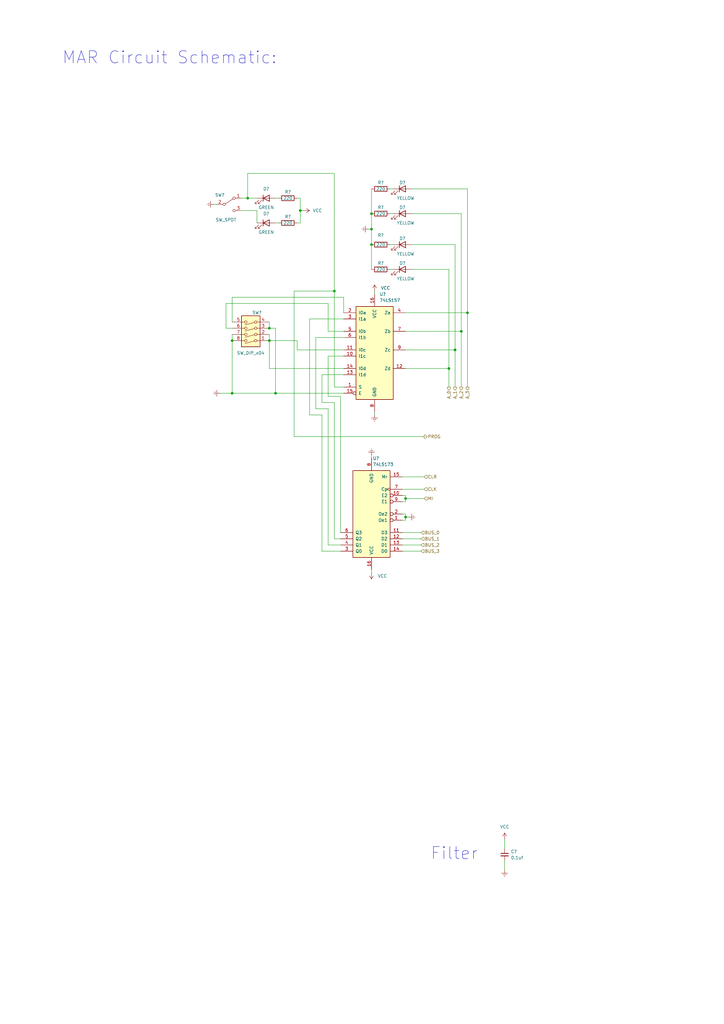
<source format=kicad_sch>
(kicad_sch (version 20211123) (generator eeschema)
  (paper "A3" portrait)
  (lib_symbols
    (symbol "74xx:74LS157" (pin_names (offset 1.016))
      (property "Reference" "U" (at -7.62 19.05 0))
      (property "Value" "74LS157" (at -7.62 -21.59 0))
      (symbol "74LS157_1_0"
        (pin input line (at -12.7 -15.24 0) (length 5.08) (name "S") (number "1"))
        (pin input line (at -12.7 -2.54 0) (length 5.08) (name "I1c") (number "10"))
        (pin input line (at -12.7 0 0) (length 5.08) (name "I0c") (number "11"))
        (pin output line (at 12.7 -7.62 180) (length 5.08) (name "Zd") (number "12"))
        (pin input line (at -12.7 -10.16 0) (length 5.08) (name "I1d") (number "13"))
        (pin input line (at -12.7 -7.62 0) (length 5.08) (name "I0d") (number "14"))
        (pin input inverted (at -12.7 -17.78 0) (length 5.08) (name "E") (number "15"))
        (pin power_in line (at 0 22.86 270) (length 5.08) (name "VCC") (number "16"))
        (pin input line (at -12.7 15.24 0) (length 5.08) (name "I0a") (number "2"))
        (pin input line (at -12.7 12.7 0) (length 5.08) (name "I1a") (number "3"))
        (pin output line (at 12.7 15.24 180) (length 5.08) (name "Za") (number "4"))
        (pin input line (at -12.7 7.62 0) (length 5.08) (name "I0b") (number "5"))
        (pin input line (at -12.7 5.08 0) (length 5.08) (name "I1b") (number "6"))
        (pin output line (at 12.7 7.62 180) (length 5.08) (name "Zb") (number "7"))
        (pin power_in line (at 0 -25.4 90) (length 5.08) (name "GND") (number "8"))
        (pin output line (at 12.7 0 180) (length 5.08) (name "Zc") (number "9"))
      )
      (symbol "74LS157_1_1"
        (rectangle (start -7.62 17.78) (end 7.62 -20.32) (stroke (width 0.254)) (fill (type background)))
      )
    )
    (symbol "74xx:74LS173" (pin_names (offset 1.016))
      (property "Reference" "U" (at -7.62 19.05 0))
      (property "Value" "74LS173" (at -7.62 -19.05 0))
      (symbol "74LS173_1_0"
        (pin input inverted (at -12.7 2.54 0) (length 5.08) (name "Oe1") (number "1"))
        (pin input inverted (at -12.7 -7.62 0) (length 5.08) (name "E2") (number "10"))
        (pin input line (at -12.7 7.62 0) (length 5.08) (name "D3") (number "11"))
        (pin input line (at -12.7 10.16 0) (length 5.08) (name "D2") (number "12"))
        (pin input line (at -12.7 12.7 0) (length 5.08) (name "D1") (number "13"))
        (pin input line (at -12.7 15.24 0) (length 5.08) (name "D0") (number "14"))
        (pin input line (at -12.7 -15.24 0) (length 5.08) (name "Mr") (number "15"))
        (pin power_in line (at 0 22.86 270) (length 5.08) (name "VCC") (number "16"))
        (pin input inverted (at -12.7 0 0) (length 5.08) (name "Oe2") (number "2"))
        (pin tri_state line (at 12.7 15.24 180) (length 5.08) (name "Q0") (number "3"))
        (pin tri_state line (at 12.7 12.7 180) (length 5.08) (name "Q1") (number "4"))
        (pin tri_state line (at 12.7 10.16 180) (length 5.08) (name "Q2") (number "5"))
        (pin tri_state line (at 12.7 7.62 180) (length 5.08) (name "Q3") (number "6"))
        (pin input clock (at -12.7 -10.16 0) (length 5.08) (name "Cp") (number "7"))
        (pin power_in line (at 0 -22.86 90) (length 5.08) (name "GND") (number "8"))
        (pin input inverted (at -12.7 -5.08 0) (length 5.08) (name "E1") (number "9"))
      )
      (symbol "74LS173_1_1"
        (rectangle (start -7.62 17.78) (end 7.62 -17.78) (stroke (width 0.254)) (fill (type background)))
      )
    )
    (symbol "Device:C_Small" (pin_numbers hide) (pin_names (offset 0.254) hide)
      (property "Reference" "C" (at 0.254 1.778 0))
      (property "Value" "C_Small" (at 0.254 -2.032 0))
      (symbol "C_Small_0_1"
        (polyline (pts (xy -1.524 -0.508) (xy 1.524 -0.508)) (stroke (width 0.3302)))
        (polyline (pts (xy -1.524 0.508) (xy 1.524 0.508)) (stroke (width 0.3048)))
      )
      (symbol "C_Small_1_1"
        (pin passive line (at 0 2.54 270) (length 2.032) (name "~") (number "1"))
        (pin passive line (at 0 -2.54 90) (length 2.032) (name "~") (number "2"))
      )
    )
    (symbol "Device:LED" (pin_numbers hide) (pin_names (offset 1.016) hide)
      (property "Reference" "D" (at 0 2.54 0))
      (property "Value" "LED" (at 0 -2.54 0))
      (symbol "LED_0_1"
        (polyline (pts (xy -1.27 -1.27) (xy -1.27 1.27)) (stroke (width 0.254)))
        (polyline (pts (xy -1.27 0) (xy 1.27 0)))
        (polyline (pts (xy 1.27 -1.27) (xy 1.27 1.27) (xy -1.27 0) (xy 1.27 -1.27)) (stroke (width 0.254)))
        (polyline (pts (xy -3.048 -0.762) (xy -4.572 -2.286) (xy -3.81 -2.286) (xy -4.572 -2.286) (xy -4.572 -1.524)))
        (polyline (pts (xy -1.778 -0.762) (xy -3.302 -2.286) (xy -2.54 -2.286) (xy -3.302 -2.286) (xy -3.302 -1.524)))
      )
      (symbol "LED_1_1"
        (pin passive line (at -3.81 0 0) (length 2.54) (name "K") (number "1"))
        (pin passive line (at 3.81 0 180) (length 2.54) (name "A") (number "2"))
      )
    )
    (symbol "Device:R" (pin_numbers hide) (pin_names (offset 0))
      (property "Reference" "R" (at 2.032 0 90))
      (property "Value" "R" (at 0 0 90))
      (symbol "R_0_1"
        (rectangle (start -1.016 -2.54) (end 1.016 2.54) (stroke (width 0.254)))
      )
      (symbol "R_1_1"
        (pin passive line (at 0 3.81 270) (length 1.27) (name "~") (number "1"))
        (pin passive line (at 0 -3.81 90) (length 1.27) (name "~") (number "2"))
      )
    )
    (symbol "Earth_1" (power) (pin_names (offset 0))
      (symbol "Earth_1_0_1"
        (polyline (pts (xy -0.635 -1.905) (xy 0.635 -1.905)))
        (polyline (pts (xy -0.127 -2.54) (xy 0.127 -2.54)))
        (polyline (pts (xy 0 -1.27) (xy 0 0)))
        (polyline (pts (xy 1.27 -1.27) (xy -1.27 -1.27)))
      )
      (symbol "Earth_1_1_1"
        (pin power_in line (at 0 0 270) (length 0) hide (name "Earth") (number "1"))
      )
    )
    (symbol "Switch:SW_DIP_x04" (pin_names (offset 0) hide)
      (property "Reference" "SW" (at 0 8.89 0))
      (property "Value" "SW_DIP_x04" (at 0 -6.35 0))
      (symbol "SW_DIP_x04_0_0"
        (circle (center -2.032 -2.54) (radius 0.508))
        (circle (center -2.032 0) (radius 0.508))
        (circle (center -2.032 2.54) (radius 0.508))
        (circle (center -2.032 5.08) (radius 0.508))
        (polyline (pts (xy -1.524 -2.3876) (xy 2.3622 -1.3462)))
        (polyline (pts (xy -1.524 0.127) (xy 2.3622 1.1684)))
        (polyline (pts (xy -1.524 2.667) (xy 2.3622 3.7084)))
        (polyline (pts (xy -1.524 5.207) (xy 2.3622 6.2484)))
        (circle (center 2.032 -2.54) (radius 0.508))
        (circle (center 2.032 0) (radius 0.508))
        (circle (center 2.032 2.54) (radius 0.508))
        (circle (center 2.032 5.08) (radius 0.508))
      )
      (symbol "SW_DIP_x04_0_1"
        (rectangle (start -3.81 7.62) (end 3.81 -5.08) (stroke (width 0.254)) (fill (type background)))
      )
      (symbol "SW_DIP_x04_1_1"
        (pin passive line (at -7.62 5.08 0) (length 5.08) (name "~") (number "1"))
        (pin passive line (at -7.62 2.54 0) (length 5.08) (name "~") (number "2"))
        (pin passive line (at -7.62 0 0) (length 5.08) (name "~") (number "3"))
        (pin passive line (at -7.62 -2.54 0) (length 5.08) (name "~") (number "4"))
        (pin passive line (at 7.62 -2.54 180) (length 5.08) (name "~") (number "5"))
        (pin passive line (at 7.62 0 180) (length 5.08) (name "~") (number "6"))
        (pin passive line (at 7.62 2.54 180) (length 5.08) (name "~") (number "7"))
        (pin passive line (at 7.62 5.08 180) (length 5.08) (name "~") (number "8"))
      )
    )
    (symbol "Switch:SW_SPDT" (pin_names (offset 0) hide)
      (property "Reference" "SW" (at 0 4.318 0))
      (property "Value" "SW_SPDT" (at 0 -5.08 0))
      (symbol "SW_SPDT_0_0"
        (circle (center -2.032 0) (radius 0.508))
        (circle (center 2.032 -2.54) (radius 0.508))
      )
      (symbol "SW_SPDT_0_1"
        (polyline (pts (xy -1.524 0.254) (xy 1.651 2.286)))
        (circle (center 2.032 2.54) (radius 0.508))
      )
      (symbol "SW_SPDT_1_1"
        (pin passive line (at 5.08 2.54 180) (length 2.54) (name "A") (number "1"))
        (pin passive line (at -5.08 0 0) (length 2.54) (name "B") (number "2"))
        (pin passive line (at 5.08 -2.54 180) (length 2.54) (name "C") (number "3"))
      )
    )
    (symbol "power:Earth" (power) (pin_names (offset 0))
      (symbol "Earth_0_1"
        (polyline (pts (xy -0.635 -1.905) (xy 0.635 -1.905)))
        (polyline (pts (xy -0.127 -2.54) (xy 0.127 -2.54)))
        (polyline (pts (xy 0 -1.27) (xy 0 0)))
        (polyline (pts (xy 1.27 -1.27) (xy -1.27 -1.27)))
      )
      (symbol "Earth_1_1"
        (pin power_in line (at 0 0 270) (length 0) hide (name "Earth") (number "1"))
      )
    )
    (symbol "power:VCC" (power) (pin_names (offset 0))
      (property "Value" "VCC" (at 0 3.81 0))
      (symbol "VCC_0_1"
        (polyline (pts (xy -0.762 1.27) (xy 0 2.54)))
        (polyline (pts (xy 0 0) (xy 0 2.54)))
        (polyline (pts (xy 0 2.54) (xy 0.762 1.27)))
      )
      (symbol "VCC_1_1"
        (pin power_in line (at 0 0 90) (length 0) hide (name "VCC") (number "1"))
      )
    )
  )
  (junction (at 110.49 134.62))
  (junction (at 101.6 81.28))
  (junction (at 166.37 212.09))
  (junction (at 152.4 87.63))
  (junction (at 113.03 161.29))
  (junction (at 186.69 143.51))
  (junction (at 95.25 161.29))
  (junction (at 123.19 86.36))
  (junction (at 191.77 128.27))
  (junction (at 152.4 100.33))
  (junction (at 166.37 204.47))
  (junction (at 152.4 93.98))
  (junction (at 95.25 139.7))
  (junction (at 189.23 135.89))
  (junction (at 110.49 139.7))
  (junction (at 184.15 151.13))
  (junction (at 137.16 119.38))
  (wire (pts (xy 113.03 91.44) (xy 114.3 91.44)))
  (wire (pts (xy 113.03 134.62) (xy 113.03 161.29)))
  (wire (pts (xy 99.06 86.36) (xy 105.41 86.36)))
  (wire (pts (xy 99.06 81.28) (xy 101.6 81.28)))
  (wire (pts (xy 166.37 128.27) (xy 191.77 128.27)))
  (wire (pts (xy 110.49 151.13) (xy 140.97 151.13)))
  (wire (pts (xy 152.4 87.63) (xy 152.4 93.98)))
  (wire (pts (xy 166.37 204.47) (xy 173.99 204.47)))
  (wire (pts (xy 152.4 186.69) (xy 152.4 187.96)))
  (wire (pts (xy 166.37 203.2) (xy 165.1 203.2)))
  (wire (pts (xy 165.1 218.44) (xy 172.72 218.44)))
  (wire (pts (xy 127 130.81) (xy 140.97 130.81)))
  (wire (pts (xy 151.13 93.98) (xy 152.4 93.98)))
  (wire (pts (xy 134.62 135.89) (xy 140.97 135.89)))
  (wire (pts (xy 110.49 139.7) (xy 110.49 151.13)))
  (wire (pts (xy 132.08 165.1) (xy 132.08 153.67)))
  (wire (pts (xy 121.92 91.44) (xy 123.19 91.44)))
  (wire (pts (xy 153.67 119.38) (xy 153.67 120.65)))
  (wire (pts (xy 152.4 233.68) (xy 152.4 234.95)))
  (wire (pts (xy 110.49 137.16) (xy 110.49 139.7)))
  (wire (pts (xy 152.4 77.47) (xy 152.4 87.63)))
  (wire (pts (xy 160.02 100.33) (xy 161.29 100.33)))
  (wire (pts (xy 166.37 135.89) (xy 189.23 135.89)))
  (wire (pts (xy 137.16 71.12) (xy 137.16 119.38)))
  (wire (pts (xy 166.37 203.2) (xy 166.37 204.47)))
  (wire (pts (xy 184.15 151.13) (xy 184.15 158.75)))
  (wire (pts (xy 139.7 223.52) (xy 134.62 223.52)))
  (wire (pts (xy 101.6 71.12) (xy 137.16 71.12)))
  (wire (pts (xy 101.6 81.28) (xy 105.41 81.28)))
  (wire (pts (xy 168.91 87.63) (xy 189.23 87.63)))
  (wire (pts (xy 127 170.18) (xy 127 130.81)))
  (wire (pts (xy 165.1 223.52) (xy 172.72 223.52)))
  (wire (pts (xy 140.97 121.92) (xy 140.97 128.27)))
  (wire (pts (xy 165.1 226.06) (xy 172.72 226.06)))
  (wire (pts (xy 137.16 165.1) (xy 132.08 165.1)))
  (wire (pts (xy 139.7 218.44) (xy 139.7 162.56)))
  (wire (pts (xy 207.01 353.06) (xy 207.01 356.87)))
  (wire (pts (xy 191.77 77.47) (xy 191.77 128.27)))
  (wire (pts (xy 129.54 138.43) (xy 140.97 138.43)))
  (wire (pts (xy 123.19 91.44) (xy 123.19 86.36)))
  (wire (pts (xy 139.7 162.56) (xy 134.62 162.56)))
  (wire (pts (xy 87.63 83.82) (xy 88.9 83.82)))
  (wire (pts (xy 132.08 170.18) (xy 127 170.18)))
  (wire (pts (xy 95.25 134.62) (xy 92.71 134.62)))
  (wire (pts (xy 105.41 86.36) (xy 105.41 91.44)))
  (wire (pts (xy 207.01 344.17) (xy 207.01 347.98)))
  (wire (pts (xy 166.37 151.13) (xy 184.15 151.13)))
  (wire (pts (xy 160.02 77.47) (xy 161.29 77.47)))
  (wire (pts (xy 165.1 213.36) (xy 166.37 213.36)))
  (wire (pts (xy 134.62 167.64) (xy 129.54 167.64)))
  (wire (pts (xy 173.99 179.07) (xy 120.65 179.07)))
  (wire (pts (xy 168.91 110.49) (xy 184.15 110.49)))
  (wire (pts (xy 166.37 212.09) (xy 166.37 213.36)))
  (wire (pts (xy 123.19 81.28) (xy 121.92 81.28)))
  (wire (pts (xy 123.19 86.36) (xy 123.19 81.28)))
  (wire (pts (xy 120.65 179.07) (xy 120.65 119.38)))
  (wire (pts (xy 95.25 132.08) (xy 95.25 121.92)))
  (wire (pts (xy 165.1 200.66) (xy 173.99 200.66)))
  (wire (pts (xy 134.62 146.05) (xy 140.97 146.05)))
  (wire (pts (xy 95.25 161.29) (xy 113.03 161.29)))
  (wire (pts (xy 92.71 134.62) (xy 92.71 124.46)))
  (wire (pts (xy 123.19 86.36) (xy 124.46 86.36)))
  (wire (pts (xy 137.16 220.98) (xy 137.16 165.1)))
  (wire (pts (xy 129.54 167.64) (xy 129.54 138.43)))
  (wire (pts (xy 166.37 212.09) (xy 167.64 212.09)))
  (wire (pts (xy 113.03 81.28) (xy 114.3 81.28)))
  (wire (pts (xy 189.23 87.63) (xy 189.23 135.89)))
  (wire (pts (xy 186.69 143.51) (xy 186.69 100.33)))
  (wire (pts (xy 120.65 119.38) (xy 137.16 119.38)))
  (wire (pts (xy 101.6 81.28) (xy 101.6 71.12)))
  (wire (pts (xy 90.17 161.29) (xy 95.25 161.29)))
  (wire (pts (xy 189.23 135.89) (xy 189.23 158.75)))
  (wire (pts (xy 110.49 132.08) (xy 110.49 134.62)))
  (wire (pts (xy 132.08 226.06) (xy 132.08 170.18)))
  (wire (pts (xy 166.37 143.51) (xy 186.69 143.51)))
  (wire (pts (xy 153.67 168.91) (xy 153.67 170.18)))
  (wire (pts (xy 92.71 124.46) (xy 134.62 124.46)))
  (wire (pts (xy 166.37 205.74) (xy 165.1 205.74)))
  (wire (pts (xy 121.92 143.51) (xy 140.97 143.51)))
  (wire (pts (xy 95.25 121.92) (xy 140.97 121.92)))
  (wire (pts (xy 184.15 110.49) (xy 184.15 151.13)))
  (wire (pts (xy 110.49 139.7) (xy 121.92 139.7)))
  (wire (pts (xy 134.62 223.52) (xy 134.62 167.64)))
  (wire (pts (xy 166.37 210.82) (xy 166.37 212.09)))
  (wire (pts (xy 165.1 195.58) (xy 173.99 195.58)))
  (wire (pts (xy 134.62 124.46) (xy 134.62 135.89)))
  (wire (pts (xy 166.37 204.47) (xy 166.37 205.74)))
  (wire (pts (xy 137.16 158.75) (xy 140.97 158.75)))
  (wire (pts (xy 137.16 119.38) (xy 137.16 158.75)))
  (wire (pts (xy 160.02 87.63) (xy 161.29 87.63)))
  (wire (pts (xy 152.4 93.98) (xy 152.4 100.33)))
  (wire (pts (xy 165.1 220.98) (xy 172.72 220.98)))
  (wire (pts (xy 160.02 110.49) (xy 161.29 110.49)))
  (wire (pts (xy 95.25 139.7) (xy 95.25 161.29)))
  (wire (pts (xy 113.03 161.29) (xy 140.97 161.29)))
  (wire (pts (xy 95.25 137.16) (xy 95.25 139.7)))
  (wire (pts (xy 139.7 220.98) (xy 137.16 220.98)))
  (wire (pts (xy 132.08 153.67) (xy 140.97 153.67)))
  (wire (pts (xy 165.1 210.82) (xy 166.37 210.82)))
  (wire (pts (xy 191.77 128.27) (xy 191.77 158.75)))
  (wire (pts (xy 110.49 134.62) (xy 113.03 134.62)))
  (wire (pts (xy 152.4 100.33) (xy 152.4 110.49)))
  (wire (pts (xy 168.91 77.47) (xy 191.77 77.47)))
  (wire (pts (xy 168.91 100.33) (xy 186.69 100.33)))
  (wire (pts (xy 186.69 158.75) (xy 186.69 143.51)))
  (wire (pts (xy 139.7 226.06) (xy 132.08 226.06)))
  (wire (pts (xy 121.92 139.7) (xy 121.92 143.51)))
  (wire (pts (xy 134.62 162.56) (xy 134.62 146.05)))
  (text "Filter" (at 176.53 353.06 0) (effects (font (size 5 5)) (justify left bottom)))
  (text "MAR Circuit Schematic:" (at 25.4 26.67 0) (effects (font (size 5 5)) (justify left bottom)))
  (hierarchical_label "BUS_3" (shape input) (at 172.72 226.06 0))
  (hierarchical_label "A_0" (shape output) (at 184.15 158.75 270))
  (hierarchical_label "A_3" (shape output) (at 191.77 158.75 270))
  (hierarchical_label "BUS_2" (shape input) (at 172.72 223.52 0))
  (hierarchical_label "A_2" (shape output) (at 189.23 158.75 270))
  (hierarchical_label "A_1" (shape output) (at 186.69 158.75 270))
  (hierarchical_label "CLR" (shape input) (at 173.99 195.58 0))
  (hierarchical_label "MI" (shape input) (at 173.99 204.47 0))
  (hierarchical_label "PROG" (shape output) (at 173.99 179.07 0))
  (hierarchical_label "CLK" (shape input) (at 173.99 200.66 0))
  (hierarchical_label "BUS_1" (shape input) (at 172.72 220.98 0))
  (hierarchical_label "BUS_0" (shape input) (at 172.72 218.44 0))
  (symbol (lib_id "Device:LED") (at 165.1 100.33 0) (unit 1)
    (property "Reference" "D?" (at 165.1 97.79 0))
    (property "Value" "YELLOW" (at 166.37 104.14 0))
    (property "Footprint" "LED_THT:LED_D3.0mm_Horizontal_O3.81mm_Z10.0mm" (effects hide))
  )
  (symbol (lib_id "Device:LED") (at 109.22 91.44 0) (unit 1)
    (property "Reference" "D?" (at 109.22 87.63 0))
    (property "Value" "GREEN" (at 109.22 95.25 0))
    (property "Footprint" "LED_THT:LED_D3.0mm_Horizontal_O3.81mm_Z10.0mm" (effects hide))
  )
  (symbol (lib_id "power:VCC") (at 153.67 119.38 0) (unit 1)
    (property "Reference" "#PWR?" (effects hide))
    (property "Value" "VCC" (at 156.21 118.1099 0) (effects (justify left)))
  )
  (symbol (lib_id "power:VCC") (at 207.01 344.17 0) (unit 1)
    (property "Reference" "#PWR?" (effects hide))
    (property "Value" "VCC" (at 207.01 339.09 0))
  )
  (symbol (lib_id "Device:LED") (at 109.22 81.28 0) (unit 1)
    (property "Reference" "D?" (at 109.22 77.47 0))
    (property "Value" "GREEN" (at 109.22 85.09 0))
    (property "Footprint" "LED_THT:LED_D3.0mm_Horizontal_O3.81mm_Z10.0mm" (effects hide))
  )
  (symbol (lib_id "74xx:74LS173") (at 152.4 210.82 180) (unit 1)
    (property "Reference" "U?" (at 152.9206 187.96 0) (effects (justify right)))
    (property "Value" "74LS173" (at 152.9206 190.5 0) (effects (justify right)))
    (property "Footprint" "Package_DIP:DIP-16_W7.62mm" (effects hide))
    (property "Datasheet" "http://www.ti.com/lit/gpn/sn74LS173" (effects hide))
  )
  (symbol (lib_id "Device:C_Small") (at 207.01 350.52 0) (unit 1)
    (property "Reference" "C?" (at 209.55 349.2562 0) (effects (justify left)))
    (property "Value" "0.1uf" (at 209.55 351.7962 0) (effects (justify left)))
    (property "Footprint" "Capacitor_THT:C_Disc_D5.0mm_W2.5mm_P2.50mm" (effects hide))
  )
  (symbol (lib_id "74xx:74LS157") (at 153.67 143.51 0) (unit 1)
    (property "Reference" "U?" (at 155.6894 120.65 0) (effects (justify left)))
    (property "Value" "74LS157" (at 155.6894 123.19 0) (effects (justify left)))
    (property "Footprint" "Package_DIP:DIP-16_W7.62mm" (effects hide))
    (property "Datasheet" "http://www.ti.com/lit/gpn/sn74LS157" (effects hide))
  )
  (symbol (lib_id "Switch:SW_DIP_x04") (at 102.87 134.62 180) (unit 1)
    (property "Reference" "SW?" (at 105.41 128.27 0))
    (property "Value" "SW_DIP_x04" (at 102.87 144.78 0))
  )
  (symbol (lib_id "power:Earth") (at 90.17 161.29 270) (unit 1)
    (property "Reference" "#PWR?" (effects hide))
    (property "Value" "Earth" (effects hide))
  )
  (symbol (lib_id "power:Earth") (at 167.64 212.09 90) (unit 1)
    (property "Reference" "#PWR?" (effects hide))
    (property "Value" "Earth" (effects hide))
  )
  (symbol (lib_id "power:Earth") (at 153.67 170.18 0) (unit 1)
    (property "Reference" "#PWR?" (effects hide))
    (property "Value" "Earth" (effects hide))
  )
  (symbol (lib_id "Device:R") (at 118.11 91.44 90) (unit 1)
    (property "Reference" "R?" (at 118.11 88.9 90))
    (property "Value" "220" (at 118.11 91.44 90))
  )
  (symbol (lib_id "Device:LED") (at 165.1 77.47 0) (unit 1)
    (property "Reference" "D?" (at 165.1 74.93 0))
    (property "Value" "YELLOW" (at 166.37 81.28 0))
    (property "Footprint" "LED_THT:LED_D3.0mm_Horizontal_O3.81mm_Z10.0mm" (effects hide))
  )
  (symbol (lib_id "Switch:SW_SPDT") (at 93.98 83.82 0) (unit 1)
    (property "Reference" "SW?" (at 90.17 80.01 0))
    (property "Value" "SW_SPDT" (at 92.71 90.17 0))
    (property "Footprint" "Button_Switch_THT:SW_CuK_OS102011MA1QN1_SPDT_Angled" (effects hide))
  )
  (symbol (lib_id "Device:LED") (at 165.1 110.49 0) (unit 1)
    (property "Reference" "D?" (at 165.1 107.95 0))
    (property "Value" "YELLOW" (at 166.37 114.3 0))
    (property "Footprint" "LED_THT:LED_D3.0mm_Horizontal_O3.81mm_Z10.0mm" (effects hide))
  )
  (symbol (lib_id "power:VCC") (at 152.4 234.95 180) (unit 1)
    (property "Reference" "#PWR?" (effects hide))
    (property "Value" "VCC" (at 154.94 236.2199 0) (effects (justify right)))
  )
  (symbol (lib_id "power:Earth") (at 151.13 93.98 270) (unit 1)
    (property "Reference" "#PWR?" (effects hide))
    (property "Value" "Earth" (effects hide))
  )
  (symbol (lib_id "Device:R") (at 156.21 100.33 90) (unit 1)
    (property "Reference" "R?" (at 156.21 96.52 90))
    (property "Value" "220" (at 156.21 100.33 90))
  )
  (symbol (lib_id "Device:R") (at 156.21 87.63 90) (unit 1)
    (property "Reference" "R?" (at 156.21 85.09 90))
    (property "Value" "220" (at 156.21 87.63 90))
  )
  (symbol (lib_id "Device:R") (at 118.11 81.28 90) (unit 1)
    (property "Reference" "R?" (at 118.11 78.74 90))
    (property "Value" "220" (at 118.11 81.28 90))
  )
  (symbol (lib_id "power:Earth") (at 87.63 83.82 270) (unit 1)
    (property "Reference" "#PWR?" (effects hide))
    (property "Value" "Earth" (effects hide))
  )
  (symbol (lib_id "Device:LED") (at 165.1 87.63 0) (unit 1)
    (property "Reference" "D?" (at 165.1 85.09 0))
    (property "Value" "YELLOW" (at 166.37 91.44 0))
    (property "Footprint" "LED_THT:LED_D3.0mm_Horizontal_O3.81mm_Z10.0mm" (effects hide))
  )
  (symbol (lib_id "power:VCC") (at 124.46 86.36 270) (unit 1)
    (property "Reference" "#PWR?" (effects hide))
    (property "Value" "VCC" (at 128.27 86.3599 90) (effects (justify left)))
  )
  (symbol (lib_id "Device:R") (at 156.21 110.49 90) (unit 1)
    (property "Reference" "R?" (at 156.21 107.95 90))
    (property "Value" "220" (at 156.21 110.49 90))
  )
  (symbol (lib_id "Device:R") (at 156.21 77.47 90) (unit 1)
    (property "Reference" "R?" (at 156.21 74.93 90))
    (property "Value" "220" (at 156.21 77.47 90))
  )
  (symbol (lib_id "power:Earth") (at 152.4 186.69 180) (unit 1)
    (property "Reference" "#PWR?" (effects hide))
    (property "Value" "Earth" (effects hide))
  )
  (symbol (lib_name "Earth_1") (lib_id "power:Earth") (at 207.01 356.87 0) (unit 1)
    (property "Reference" "#PWR?" (effects hide))
    (property "Value" "Earth" (effects hide))
  )
)
</source>
